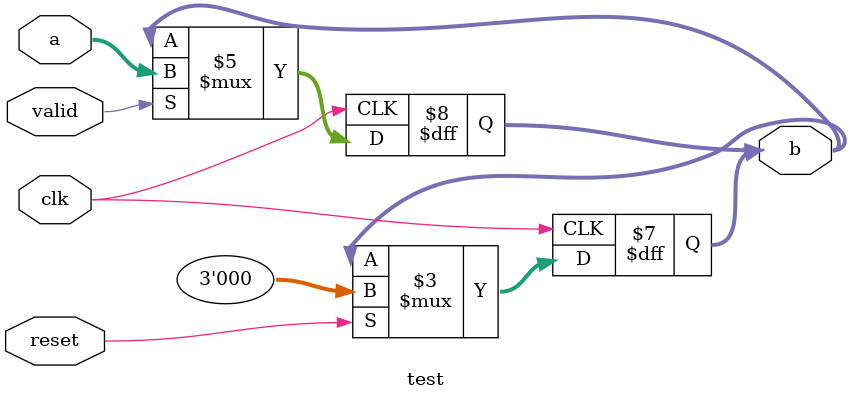
<source format=v>
module test (
    input clk,
    input reset,

    input [2:0] a,
    input valid,
    output reg [2:0] b
);

    always @(posedge clk) begin
        if(valid)
            b <= a;
        
    end
    
    always @(posedge clk) begin
        if(reset)
            b <= 0;
    end
endmodule
</source>
